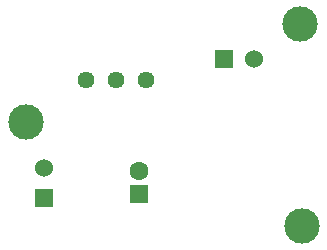
<source format=gbr>
%TF.GenerationSoftware,KiCad,Pcbnew,8.0.2*%
%TF.CreationDate,2024-06-16T16:49:38+02:00*%
%TF.ProjectId,SCS Maker,53435320-4d61-46b6-9572-2e6b69636164,rev?*%
%TF.SameCoordinates,Original*%
%TF.FileFunction,Copper,L2,Bot*%
%TF.FilePolarity,Positive*%
%FSLAX46Y46*%
G04 Gerber Fmt 4.6, Leading zero omitted, Abs format (unit mm)*
G04 Created by KiCad (PCBNEW 8.0.2) date 2024-06-16 16:49:38*
%MOMM*%
%LPD*%
G01*
G04 APERTURE LIST*
%TA.AperFunction,ComponentPad*%
%ADD10C,1.440000*%
%TD*%
%TA.AperFunction,ComponentPad*%
%ADD11C,3.000000*%
%TD*%
%TA.AperFunction,ComponentPad*%
%ADD12R,1.530000X1.530000*%
%TD*%
%TA.AperFunction,ComponentPad*%
%ADD13C,1.530000*%
%TD*%
%TA.AperFunction,ComponentPad*%
%ADD14R,1.600000X1.600000*%
%TD*%
%TA.AperFunction,ComponentPad*%
%ADD15C,1.600000*%
%TD*%
G04 APERTURE END LIST*
D10*
%TO.P,U1,1,+VIN*%
%TO.N,+12V*%
X70866000Y-46736000D03*
%TO.P,U1,2,GND*%
%TO.N,GND*%
X73406000Y-46736000D03*
%TO.P,U1,3,+VOUT*%
%TO.N,+5V*%
X75946000Y-46736000D03*
%TD*%
D11*
%TO.P,,1*%
%TO.N,N/C*%
X88976200Y-41960800D03*
%TD*%
D12*
%TO.P,J1,1,1*%
%TO.N,GND*%
X67316500Y-56706000D03*
D13*
%TO.P,J1,2,2*%
%TO.N,+12V*%
X67316500Y-54166000D03*
%TD*%
D11*
%TO.P,,1*%
%TO.N,N/C*%
X89103200Y-59131200D03*
%TD*%
D14*
%TO.P,C1,1*%
%TO.N,GND*%
X75376500Y-56427112D03*
D15*
%TO.P,C1,2*%
%TO.N,+12V*%
X75376500Y-54427112D03*
%TD*%
D12*
%TO.P,J2,1,1*%
%TO.N,/Sensor Output*%
X82550000Y-44958000D03*
D13*
%TO.P,J2,2,2*%
%TO.N,/Output SCS*%
X85090000Y-44958000D03*
%TD*%
D11*
%TO.P,,1*%
%TO.N,N/C*%
X65735200Y-50292000D03*
%TD*%
M02*

</source>
